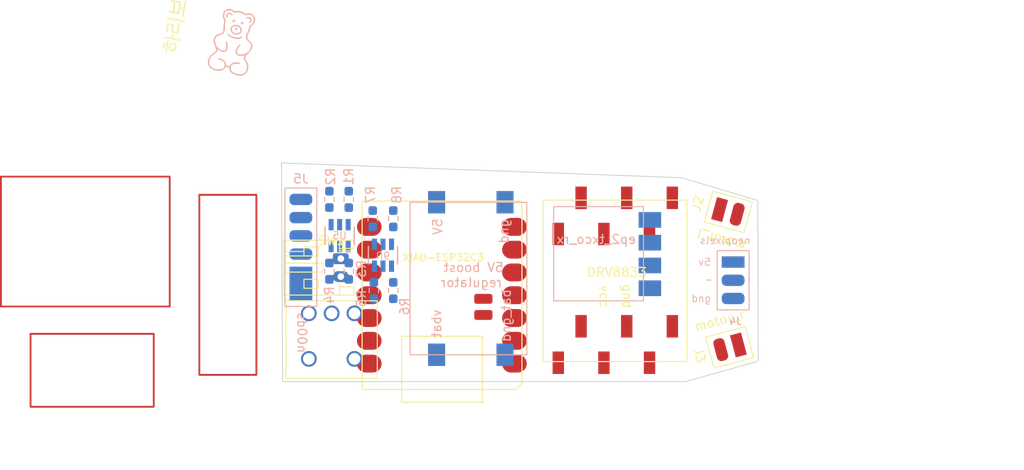
<source format=kicad_pcb>
(kicad_pcb (version 20211014) (generator pcbnew)
  (layers (0 "F.Cu" signal) (31 "B.Cu" signal) (34 "B.Paste" user) (35 "F.Paste" user) (36 "B.SilkS" user "B.Silkscreen") (37 "F.SilkS" user "F.Silkscreen") (38 "B.Mask" user) (39 "F.Mask" user) (44 "Edge.Cuts" user))
  (net 0 "")
  (net 1 "GND")
  (net 2 "motor2_out1")
  (net 3 "motor2_out2")
  (net 4 "motor1_out1")
  (net 5 "motor1_out2")
  (net 6 "+BATT")
  (net 7 "NEOPIXEL_DATA")
  (net 10 "motor2_2")
  (net 11 "motor2_1")
  (net 12 "motor1_2")
  (net 13 "motor1_1")
  (net 14 "XIAO_TX")
  (net 15 "XIAO_RX")
  (net 16 "nood1_2_sig")
  (net 17 "nood1_1_sig")
  (net 18 "nood1_2_v")
  (net 19 "nood1_1_v")
  (net 20 "nood2_2_sig")
  (net 21 "nood2_1_sig")
  (net 22 "nood2_2_v")
  (net 23 "nood2_1_v")
  (net 25 "+5V")
  (net 26 "+3V3")
  (net 27 "Net-(R1-Pad2)")
  (net 28 "Net-(R2-Pad2)")
  (net 29 "Net-(R3-Pad1)")
  (net 30 "Net-(R4-Pad1)")
  (net 31 "Net-(R5-Pad2)")
  (net 32 "Net-(R6-Pad2)")
  (net 33 "Net-(R7-Pad1)")
  (net 34 "Net-(R8-Pad1)")
  (footprint "haribo_kimchi_boards:smd_solder_pads_1x02_2.54mm" (layer "F.Cu") (at 126.320786 74.26812 75)
    (fp_text reference "J2" (at 0 -0.5 75 unlocked) (layer "F.SilkS"))
    (fp_text value "motor_l" (at -3.175 3.08 165 unlocked) (layer "F.SilkS"))
    (fp_rect (start -1.778 0.762) (end 1.778 5.334) (layer "F.SilkS") (width 0.12) (fill none))
    (pad "1" smd rect (at 0 2.032 75) (size 2.54 1.27) (layers "F.Cu" "F.Paste" "F.Mask") (net 2 "motor2_out1"))
    (pad "2" smd roundrect (at 0 4.064 75) (size 2.54 1.27) (layers "F.Cu" "F.Paste" "F.Mask") (roundrect_rratio 0.3937007874) (net 3 "motor2_out2"))
  )
  (footprint "xiao esp32c3:MOUDLE14P-SMD-2.54-21X17.8MM" (layer "F.Cu") (at 106.279 73.8437 180)
    (fp_text reference "U1" hide)
    (fp_text value "XIAO-ESP32C3" (at 8.743 -6.29325 180) (layer "F.SilkS") (effects (font (size 0.8 0.8))))
    (fp_line (start 17.8 -21) (end 0.671541 -21) (layer "F.SilkS") (width 0.127))
    (fp_line (start 4.396 -15.072) (end 4.396 -22.425) (layer "F.SilkS") (width 0.127))
    (fp_line (start 0.671541 -21) (end 0 -20.3285) (layer "F.SilkS") (width 0.127))
    (fp_line (start 13.395 -15.072) (end 4.396 -15.072) (layer "F.SilkS") (width 0.127))
    (fp_line (start 0 0) (end 17.8 0) (layer "F.SilkS") (width 0.127))
    (fp_line (start 0 -20.3285) (end 0 0) (layer "F.SilkS") (width 0.127))
    (fp_line (start 13.395 -22.424) (end 13.395 -15.072) (layer "F.SilkS") (width 0.127))
    (fp_line (start 17.8 0) (end 17.8 -21) (layer "F.SilkS") (width 0.127))
    (fp_line (start 4.4 -22.424) (end 13.395 -22.424) (layer "F.SilkS") (width 0.127))
    (pad "1" smd roundrect (at 0.835 -18.12 180) (size 2.75 2) (layers "F.Cu" "F.Paste" "F.Mask") (roundrect_rratio 0.5) (net 16 "nood1_2_sig"))
    (pad "2" smd roundrect (at 0.835 -15.58 180) (size 2.75 2) (layers "F.Cu" "F.Paste" "F.Mask") (roundrect_rratio 0.5) (net 17 "nood1_1_sig"))
    (pad "3" smd roundrect (at 0.835 -13.04 180) (size 2.75 2) (layers "F.Cu" "F.Paste" "F.Mask") (roundrect_rratio 0.5) (net 10 "motor2_2"))
    (pad "4" smd roundrect (at 0.835 -10.5 180) (size 2.75 2) (layers "F.Cu" "F.Paste" "F.Mask") (roundrect_rratio 0.5) (net 11 "motor2_1"))
    (pad "5" smd roundrect (at 0.835 -7.96 180) (size 2.75 2) (layers "F.Cu" "F.Paste" "F.Mask") (roundrect_rratio 0.5) (net 12 "motor1_2"))
    (pad "6" smd roundrect (at 0.835 -5.42 180) (size 2.75 2) (layers "F.Cu" "F.Paste" "F.Mask") (roundrect_rratio 0.5) (net 13 "motor1_1"))
    (pad "7" smd roundrect (at 0.835 -2.88 180) (size 2.75 2) (layers "F.Cu" "F.Paste" "F.Mask") (roundrect_rratio 0.5) (net 14 "XIAO_TX"))
    (pad "8" smd roundrect (at 17 -2.88 180) (size 2.75 2) (layers "F.Cu" "F.Paste" "F.Mask") (roundrect_rratio 0.5) (net 15 "XIAO_RX"))
    (pad "9" smd roundrect (at 17 -5.42 180) (size 2.75 2) (layers "F.Cu" "F.Paste" "F.Mask") (roundrect_rratio 0.5) (net 21 "nood2_1_sig"))
    (pad "10" smd roundrect (at 17 -7.96 180) (size 2.75 2) (layers "F.Cu" "F.Paste" "F.Mask") (roundrect_rratio 0.5) (net 7 "NEOPIXEL_DATA"))
    (pad "11" smd roundrect (at 17 -10.5 180) (size 2.75 2) (layers "F.Cu" "F.Paste" "F.Mask") (roundrect_rratio 0.5) (net 20 "nood2_2_sig"))
    (pad "12" smd roundrect (at 17 -13.04 180) (size 2.75 2) (layers "F.Cu" "F.Paste" "F.Mask") (roundrect_rratio 0.5) (net 26 "+3V3"))
    (pad "13" smd roundrect (at 17 -15.58 180) (size 2.75 2) (layers "F.Cu" "F.Paste" "F.Mask") (roundrect_rratio 0.5) (net 1 "GND"))
    (pad "14" smd roundrect (at 17 -18.12 180) (size 2.75 2) (layers "F.Cu" "F.Paste" "F.Mask") (roundrect_rratio 0.5))
    (pad "15" smd roundrect (at 4.3 -10.9 180) (size 2.032 1.1016) (layers "F.Cu" "F.Paste" "F.Mask") (roundrect_rratio 0.230573711) (net 6 "+BATT"))
    (pad "16" smd roundrect (at 4.3 -12.7 180) (size 2.032 1.1016) (layers "F.Cu" "F.Paste" "F.Mask") (roundrect_rratio 0.230573711) (net 1 "GND"))
  )
  (footprint "haribo_kimchi_boards:smd_solder_pads_1x02_2.54mm" (layer "F.Cu") (at 132.3406 89.3572 -75)
    (fp_text reference "J3" (at 0 6.509 -75 unlocked) (layer "F.SilkS"))
    (fp_text value "motor_r" (at -3.175 3.334 15 unlocked) (layer "F.SilkS"))
    (fp_rect (start -1.778 0.762) (end 1.778 5.334) (layer "F.SilkS") (width 0.12) (fill none))
    (pad "1" smd rect (at 0 2.032 285) (size 2.54 1.27) (layers "F.Cu" "F.Paste" "F.Mask") (net 4 "motor1_out1"))
    (pad "2" smd roundrect (at 0 4.064 285) (size 2.54 1.27) (layers "F.Cu" "F.Paste" "F.Mask") (roundrect_rratio 0.3937007874) (net 5 "motor1_out2"))
  )
  (footprint "haribo_kimchi_pcbgfx:haribo_in_korean_3.2mm" (layer "F.Cu") (at 67.662772 54.308038 80)
    (fp_text reference "haribo_korean" hide)
    (fp_text value "LOGO" hide)
    (fp_poly (pts (xy 0.139283 -0.151944) (xy -0.645762 -0.151944) (xy -0.645762 0.345835) (xy -0.370364 0.337149) (xy -0.187689 0.330133) (xy -0.024243 0.321257) (xy 0.118279 0.310638) (xy 0.238183 0.298396) (xy 0.29612 0.290683) (xy 0.340142 0.284999) (xy 0.373233 0.282267) (xy 0.388527 0.283044) (xy 0.388697 0.28318) (xy 0.392867 0.297755) (xy 0.397904 0.329582) (xy 0.401221 0.357771) (xy 0.408364 0.426982) (xy 0.289651 0.441794) (xy 0.190026 0.453597) (xy 0.096337 0.46319) (xy 0.003328 0.47091) (xy -0.094257 0.47709) (xy -0.201672 0.482068) (xy -0.324173 0.486178) (xy -0.458998 0.489577) (xy -0.823031 0.497724) (xy -0.823031 -0.303888) (xy -0.037986 -0.303888) (xy -0.037986 -0.734397) (xy -0.835693 -0.734397) (xy -0.835693 -0.886341) (xy 0.139283 -0.886341)) (layer "F.SilkS") (width 0) (fill solid))
    (fp_poly (pts (xy 0.759721 0.987637) (xy 0.582453 0.987637) (xy 0.582453 -1.076271) (xy 0.759721 -1.076271)) (layer "F.SilkS") (width 0) (fill solid))
    (fp_poly (pts (xy -1.76002 -0.430508) (xy -2.988235 -0.430508) (xy -2.988235 -0.582452) (xy -1.76002 -0.582452)) (layer "F.SilkS") (width 0) (fill solid))
    (fp_poly (pts (xy 2.662189 -0.934378) (xy 2.753988 -0.930658) (xy 2.753988 0.158275) (xy 2.446935 0.161666) (xy 2.139881 0.165057) (xy 2.139881 0.582453) (xy 2.975574 0.582453) (xy 2.975574 0.734397) (xy 1.114258 0.734397) (xy 1.114258 0.582453) (xy 1.949951 0.582453) (xy 1.949951 0.164606) (xy 1.342174 0.164606) (xy 1.342174 0.012662) (xy 1.519442 0.012662) (xy 2.570389 0.012662) (xy 2.570389 -0.405184) (xy 1.519442 -0.405184) (xy 1.519442 0.012662) (xy 1.342174 0.012662) (xy 1.342174 -0.936989) (xy 1.519442 -0.936989) (xy 1.519442 -0.557128) (xy 2.570389 -0.557128) (xy 2.570389 -0.938098)) (layer "F.SilkS") (width 0) (fill solid))
    (fp_poly (pts (xy -2.29006 -0.291827) (xy -2.18387 -0.267207) (xy -2.086496 -0.222308) (xy -2.031455 -0.183623) (xy -1.967089 -0.115507) (xy -1.922148 -0.035405) (xy -1.896633 0.052423) (xy -1.890543 0.143716) (xy -1.903879 0.234215) (xy -1.936641 0.319659) (xy -1.988828 0.395788) (xy -2.031455 0.436863) (xy -2.114324 0.491714) (xy -2.208632 0.528327) (xy -2.279238 0.543597) (xy -2.326753 0.551) (xy -2.36064 0.554451) (xy -2.391093 0.553911) (xy -2.428305 0.549343) (xy -2.469092 0.542875) (xy -2.519283 0.530671) (xy -2.576768 0.510842) (xy -2.616258 0.493708) (xy -2.700177 0.440228) (xy -2.7654 0.37319) (xy -2.811924 0.29601) (xy -2.839744 0.2121) (xy -2.84861 0.127224) (xy -2.671984 0.127224) (xy -2.660913 0.197336) (xy -2.630532 0.26337) (xy -2.581791 0.321727) (xy -2.515645 0.368804) (xy -2.456512 0.394113) (xy -2.410609 0.401322) (xy -2.351709 0.400104) (xy -2.290285 0.391547) (xy -2.23681 0.376739) (xy -2.220612 0.369627) (xy -2.153991 0.322893) (xy -2.105904 0.26272) (xy -2.077245 0.193459) (xy -2.068907 0.119463) (xy -2.081786 0.045085) (xy -2.116777 -0.025324) (xy -2.134678 -0.048535) (xy -2.19288 -0.098101) (xy -2.264229 -0.130293) (xy -2.343181 -0.144825) (xy -2.424192 -0.141409) (xy -2.501719 -0.119758) (xy -2.570217 -0.079586) (xy -2.579793 -0.071575) (xy -2.632377 -0.010832) (xy -2.662789 0.056635) (xy -2.671984 0.127224) (xy -2.84861 0.127224) (xy -2.848855 0.124876) (xy -2.839253 0.03775) (xy -2.810933 -0.045862) (xy -2.763892 -0.122548) (xy -2.698124 -0.188893) (xy -2.617205 -0.239763) (xy -2.51116 -0.27853) (xy -2.400635 -0.295743)) (layer "F.SilkS") (width 0) (fill solid))
    (fp_poly (pts (xy -1.380159 -0.202592) (xy -1.050947 -0.202592) (xy -1.050947 -0.050648) (xy -1.380159 -0.050648) (xy -1.380159 0.987637) (xy -1.570089 0.987637) (xy -1.570089 -1.076271) (xy -1.380159 -1.076271)) (layer "F.SilkS") (width 0) (fill solid))
    (fp_poly (pts (xy -2.063908 -0.785045) (xy -2.671685 -0.785045) (xy -2.671685 -0.936989) (xy -2.063908 -0.936989)) (layer "F.SilkS") (width 0) (fill solid))
  )
  (footprint "Connector_JST:JST_PH_S2B-PH-K_1x02_P2.00mm_Horizontal" (layer "F.Cu") (at 86.106 80.264 -90)
    (fp_text reference "J1" hide)
    (fp_text value "Conn_01x02_Female" hide)
    (fp_line (start 4.06 0.14) (end 3.14 0.14) (layer "F.SilkS") (width 0.12))
    (fp_line (start -2.06 0.14) (end -1.14 0.14) (layer "F.SilkS") (width 0.12))
    (fp_line (start -2.06 6.36) (end 4.06 6.36) (layer "F.SilkS") (width 0.12))
    (fp_line (start 3.3 2.5) (end 3.3 4.1) (layer "F.SilkS") (width 0.12))
    (fp_line (start 3.14 -1.46) (end 3.14 0.14) (layer "F.SilkS") (width 0.12))
    (fp_line (start -0.86 0.14) (end -0.86 -1.075) (layer "F.SilkS") (width 0.12))
    (fp_line (start -0.86 0.14) (end -1.14 0.14) (layer "F.SilkS") (width 0.12))
    (fp_line (start -1.14 0.14) (end -1.14 -1.46) (layer "F.SilkS") (width 0.12))
    (fp_line (start 2.3 4.1) (end 2.3 2.5) (layer "F.SilkS") (width 0.12))
    (fp_line (start -0.8 4.1) (end -0.8 6.36) (layer "F.SilkS") (width 0.12))
    (fp_line (start -0.3 2.5) (end -1.3 2.5) (layer "F.SilkS") (width 0.12))
    (fp_line (start 4.06 6.36) (end 4.06 -1.46) (layer "F.SilkS") (width 0.12))
    (fp_line (start 3.3 4.1) (end 2.3 4.1) (layer "F.SilkS") (width 0.12))
    (fp_line (start -1.3 4.1) (end -0.3 4.1) (layer "F.SilkS") (width 0.12))
    (fp_line (start 0.5 6.36) (end 0.5 2) (layer "F.SilkS") (width 0.12))
    (fp_line (start -1.14 -1.46) (end -2.06 -1.46) (layer "F.SilkS") (width 0.12))
    (fp_line (start -0.3 4.1) (end -0.3 6.36) (layer "F.SilkS") (width 0.12))
    (fp_line (start 0.5 2) (end 1.5 2) (layer "F.SilkS") (width 0.12))
    (fp_line (start -0.3 4.1) (end -0.3 2.5) (layer "F.SilkS") (width 0.12))
    (fp_line (start -1.3 2.5) (end -1.3 4.1) (layer "F.SilkS") (width 0.12))
    (fp_line (start -2.06 -1.46) (end -2.06 6.36) (layer "F.SilkS") (width 0.12))
    (fp_line (start 3.14 0.14) (end 2.86 0.14) (layer "F.SilkS") (width 0.12))
    (fp_line (start 4.06 -1.46) (end 3.14 -1.46) (layer "F.SilkS") (width 0.12))
    (fp_line (start 1.5 2) (end 1.5 6.36) (layer "F.SilkS") (width 0.12))
    (fp_line (start 2.3 2.5) (end 3.3 2.5) (layer "F.SilkS") (width 0.12))
    (pad "1" thru_hole roundrect (at 0 0 270) (size 1.2 1.75) (drill 0.75) (layers *.Cu *.Mask) (roundrect_rratio 0.2083333333) (net 6 "+BATT"))
    (pad "2" thru_hole oval (at 2 0 270) (size 1.2 1.75) (drill 0.75) (layers *.Cu *.Mask) (net 1 "GND"))
  )
  (footprint "haribo_kimchi_boards:drv8833_breakout" (layer "F.Cu") (at 130.6445 83.74 -90)
    (fp_text reference "U2" hide)
    (fp_text value "DRV8833" (at -1.952 13.8045 unlocked) (layer "F.SilkS"))
    (fp_text user "vcc" (at 0.715 15.2015 -90 unlocked) (layer "F.SilkS"))
    (fp_text user "gnd" (at 0.715 12.6615 -90 unlocked) (layer "F.SilkS"))
    (fp_rect (start 8 22) (end -10 6) (layer "F.SilkS") (width 0.12) (fill none))
    (pad "1" smd rect (at -10.254 7.62 270) (size 2.51 1.27) (layers "F.Cu" "F.Paste" "F.Mask"))
    (pad "2" smd rect (at -6.223 10.16 270) (size 2.51 1.27) (layers "F.Cu" "F.Paste" "F.Mask") (net 4 "motor1_out1"))
    (pad "3" smd rect (at -10.254 12.7 270) (size 2.51 1.27) (layers "F.Cu" "F.Paste" "F.Mask") (net 5 "motor1_out2"))
    (pad "4" smd rect (at -6.223 15.24 270) (size 2.51 1.27) (layers "F.Cu" "F.Paste" "F.Mask") (net 2 "motor2_out1"))
    (pad "5" smd rect (at -10.254 17.78 270) (size 2.51 1.27) (layers "F.Cu" "F.Paste" "F.Mask") (net 3 "motor2_out2"))
    (pad "6" smd rect (at -6.223 20.32 270) (size 2.51 1.27) (layers "F.Cu" "F.Paste" "F.Mask"))
    (pad "7" smd rect (at 8.128 20.32 270) (size 2.51 1.27) (layers "F.Cu" "F.Paste" "F.Mask") (net 13 "motor1_1"))
    (pad "8" smd rect (at 4.064 17.78 270) (size 2.51 1.27) (layers "F.Cu" "F.Paste" "F.Mask") (net 12 "motor1_2"))
    (pad "9" smd rect (at 8.128 15.24 270) (size 2.51 1.27) (layers "F.Cu" "F.Paste" "F.Mask") (net 25 "+5V"))
    (pad "10" smd rect (at 4.064 12.7 270) (size 2.51 1.27) (layers "F.Cu" "F.Paste" "F.Mask") (net 1 "GND"))
    (pad "11" smd rect (at 8.128 10.16 270) (size 2.51 1.27) (layers "F.Cu" "F.Paste" "F.Mask") (net 11 "motor2_1"))
    (pad "12" smd rect (at 4.064 7.62 270) (size 2.51 1.27) (layers "F.Cu" "F.Paste" "F.Mask") (net 10 "motor2_2"))
  )
  (footprint "haribo_kimchi_extra_footprints:rs_spdt_th_400ma_switch" (layer "F.Cu") (at 85.09 78.74)
    (fp_text reference "SW1" (at 0 -0.5 unlocked) (layer "F.SilkS"))
    (fp_text value "SW_SPDT")
    (fp_rect (start -5.08 6.223) (end 5.08 14.859) (layer "F.SilkS") (width 0.12) (fill none))
    (pad "" thru_hole oval (at 2.54 12.7 90) (size 1.75 1.75) (drill 1.3) (layers *.Cu *.Mask))
    (pad "" thru_hole oval (at -2.54 12.7 90) (size 1.75 1.75) (drill 1.3) (layers *.Cu *.Mask))
    (pad "1" thru_hole oval (at -2.54 7.62) (size 1.75 1.75) (drill 1.3) (layers *.Cu *.Mask))
    (pad "2" thru_hole oval (at 0 7.62) (size 1.75 1.75) (drill 1.3) (layers *.Cu *.Mask) (net 6 "+BATT"))
    (pad "3" thru_hole oval (at 2.54 7.62) (size 1.75 1.75) (drill 1.3) (layers *.Cu *.Mask) (net 6 "+BATT"))
  )
  (footprint "haribo_kimchi_extra_footprints:SSOT6_3X1P7_ONS" (layer "B.Cu") (at 90.805 79.883 90)
    (fp_text reference "U6" (at 0 0 180 unlocked) (layer "B.SilkS") (effects (font (size 0.8 0.8) (thickness 0.1)) (justify mirror)))
    (fp_text value "FMBM5551" hide)
    (fp_line (start -0.9779 -1.6256) (end 0.9779 -1.6256) (layer "B.SilkS") (width 0.1524))
    (fp_line (start 0.9779 1.6256) (end -0.9779 1.6256) (layer "B.SilkS") (width 0.1524))
    (pad "1" smd rect (at -1.2192 0.950001 90) (size 1.27 0.5588) (layers "B.Cu" "B.Paste" "B.Mask") (net 32 "Net-(R6-Pad2)"))
    (pad "2" smd rect (at -1.2192 0 90) (size 1.27 0.5588) (layers "B.Cu" "B.Paste" "B.Mask") (net 1 "GND"))
    (pad "3" smd rect (at -1.2192 -0.950001 90) (size 1.27 0.5588) (layers "B.Cu" "B.Paste" "B.Mask") (net 31 "Net-(R5-Pad2)"))
    (pad "4" smd rect (at 1.2192 -0.950001 90) (size 1.27 0.5588) (layers "B.Cu" "B.Paste" "B.Mask") (net 33 "Net-(R7-Pad1)"))
    (pad "5" smd rect (at 1.2192 0 90) (size 1.27 0.5588) (layers "B.Cu" "B.Paste" "B.Mask") (net 1 "GND"))
    (pad "6" smd rect (at 1.2192 0.950001 90) (size 1.27 0.5588) (layers "B.Cu" "B.Paste" "B.Mask") (net 34 "Net-(R8-Pad1)"))
  )
  (footprint "haribo_kimchi_boards:smd_solder_pads_1x03_2.54mm" (layer "B.Cu") (at 130.564 84.709 180)
    (fp_text reference "J4" (at 0.516 -2.54 unlocked) (layer "B.SilkS") (effects (font (size 0.8 0.8)) (justify mirror)))
    (fp_text value "neopixels" (at 1.659 6.477 unlocked) (layer "B.SilkS") (effects (font (size 0.8 0.8) (thickness 0.1)) (justify mirror)))
    (fp_text user "5v" (at 3.945 4.064 unlocked) (layer "B.SilkS") (effects (font (size 0.8 0.8) (thickness 0.1)) (justify mirror)))
    (fp_text user "~" (at 3.437 2.032 180 unlocked) (layer "B.SilkS") (effects (font (size 0.8 0.8) (thickness 0.1)) (justify mirror)))
    (fp_text user "gnd" (at 4.326 0 unlocked) (layer "B.SilkS") (effects (font (size 0.8 0.8) (thickness 0.1)) (justify mirror)))
    (fp_rect (start -1.008 5.334) (end 2.548 -1.27) (layer "B.SilkS") (width 0.12) (fill none))
    (pad "1" smd rect (at 0.77 4.064 180) (size 2.54 1.27) (layers "B.Cu" "B.Paste" "B.Mask") (net 25 "+5V"))
    (pad "2" smd roundrect (at 0.77 2.032 180) (size 2.54 1.27) (layers "B.Cu" "B.Paste" "B.Mask") (roundrect_rratio 0.3937007874) (net 7 "NEOPIXEL_DATA"))
    (pad "3" smd roundrect (at 0.77 0 180) (size 2.54 1.27) (layers "B.Cu" "B.Paste" "B.Mask") (roundrect_rratio 0.3937007874) (net 1 "GND"))
  )
  (footprint "Resistor_SMD:R_0603_1608Metric_Pad0.98x0.95mm_HandSolder" (layer "B.Cu") (at 84.836 81.661 -90)
    (fp_text reference "R4" (at 2.667 0 90) (layer "B.SilkS") (effects (justify mirror)))
    (fp_text value "100" hide)
    (fp_line (start -0.254724 0.5225) (end 0.254724 0.5225) (layer "B.SilkS") (width 0.12))
    (fp_line (start -0.254724 -0.5225) (end 0.254724 -0.5225) (layer "B.SilkS") (width 0.12))
    (pad "1" smd roundrect (at -0.9125 0 270) (size 0.975 0.95) (layers "B.Cu" "B.Paste" "B.Mask") (net 30 "Net-(R4-Pad1)"))
    (pad "2" smd roundrect (at 0.9125 0 270) (size 0.975 0.95) (layers "B.Cu" "B.Paste" "B.Mask") (net 19 "nood1_1_v"))
  )
  (footprint "haribo_kimchi_boards:smd_solder_pads_1x05_n00ds_2.54mm" (layer "B.Cu") (at 81.661 87.122)
    (fp_text reference "J5" (at 0 -15.748 unlocked) (layer "B.SilkS") (effects (justify mirror)))
    (fp_text value "n00ds" (at 0.127 1.397 270 unlocked) (layer "B.SilkS") (effects (justify mirror)))
    (fp_rect (start -1.778 -1.524) (end 1.778 -14.732) (layer "B.SilkS") (width 0.12) (fill none))
    (pad "1" smd rect (at 0 -4.064 180) (size 2.54 3.81) (layers "B.Cu" "B.Paste" "B.Mask") (net 26 "+3V3"))
    (pad "2" smd roundrect (at 0 -7.366) (size 2.54 1.27) (layers "B.Cu" "B.Paste" "B.Mask") (roundrect_rratio 0.3937007874) (net 19 "nood1_1_v"))
    (pad "3" smd roundrect (at 0 -9.398) (size 2.54 1.27) (layers "B.Cu" "B.Paste" "B.Mask") (roundrect_rratio 0.3937007874) (net 18 "nood1_2_v"))
    (pad "4" smd roundrect (at 0 -11.43) (size 2.54 1.27) (layers "B.Cu" "B.Paste" "B.Mask") (roundrect_rratio 0.3937007874) (net 23 "nood2_1_v"))
    (pad "5" smd roundrect (at 0 -13.462) (size 2.54 1.27) (layers "B.Cu" "B.Paste" "B.Mask") (roundrect_rratio 0.3937007874) (net 22 "nood2_2_v"))
  )
  (footprint "Resistor_SMD:R_0603_1608Metric_Pad0.98x0.95mm_HandSolder" (layer "B.Cu") (at 86.995 81.661 -90)
    (fp_text reference "R3" (at -0.254 -1.397 90) (layer "B.SilkS") (effects (justify mirror)))
    (fp_text value "100" hide)
    (fp_line (start -0.254724 -0.5225) (end 0.254724 -0.5225) (layer "B.SilkS") (width 0.12))
    (fp_line (start -0.254724 0.5225) (end 0.254724 0.5225) (layer "B.SilkS") (width 0.12))
    (pad "1" smd roundrect (at -0.9125 0 270) (size 0.975 0.95) (layers "B.Cu" "B.Paste" "B.Mask") (net 29 "Net-(R3-Pad1)"))
    (pad "2" smd roundrect (at 0.9125 0 270) (size 0.975 0.95) (layers "B.Cu" "B.Paste" "B.Mask") (net 18 "nood1_2_v"))
  )
  (footprint "Resistor_SMD:R_0603_1608Metric_Pad0.98x0.95mm_HandSolder" (layer "B.Cu") (at 91.948 75.819 90)
    (fp_text reference "R8" (at 2.667 0.381 270) (layer "B.SilkS") (effects (justify mirror)))
    (fp_text value "100" hide)
    (fp_line (start -0.254724 0.5225) (end 0.254724 0.5225) (layer "B.SilkS") (width 0.12))
    (fp_line (start -0.254724 -0.5225) (end 0.254724 -0.5225) (layer "B.SilkS") (width 0.12))
    (pad "1" smd roundrect (at -0.9125 0 90) (size 0.975 0.95) (layers "B.Cu" "B.Paste" "B.Mask") (net 34 "Net-(R8-Pad1)"))
    (pad "2" smd roundrect (at 0.9125 0 90) (size 0.975 0.95) (layers "B.Cu" "B.Paste" "B.Mask") (net 23 "nood2_1_v"))
  )
  (footprint "Resistor_SMD:R_0603_1608Metric_Pad0.98x0.95mm_HandSolder" (layer "B.Cu") (at 89.662 75.819 90)
    (fp_text reference "R7" (at 2.667 -0.254 270) (layer "B.SilkS") (effects (justify mirror)))
    (fp_text value "100" hide)
    (fp_line (start -0.254724 0.5225) (end 0.254724 0.5225) (layer "B.SilkS") (width 0.12))
    (fp_line (start -0.254724 -0.5225) (end 0.254724 -0.5225) (layer "B.SilkS") (width 0.12))
    (pad "1" smd roundrect (at -0.9125 0 90) (size 0.975 0.95) (layers "B.Cu" "B.Paste" "B.Mask") (net 33 "Net-(R7-Pad1)"))
    (pad "2" smd roundrect (at 0.9125 0 90) (size 0.975 0.95) (layers "B.Cu" "B.Paste" "B.Mask") (net 22 "nood2_2_v"))
  )
  (footprint "haribo_kimchi_extra_footprints:SSOT6_3X1P7_ONS" (layer "B.Cu") (at 85.979 77.698 -90)
    (fp_text reference "U5" (at 0 0 unlocked) (layer "B.SilkS") (effects (font (size 0.8 0.8) (thickness 0.1)) (justify mirror)))
    (fp_text value "FMBM5551" hide)
    (fp_line (start -0.9779 -1.6256) (end 0.9779 -1.6256) (layer "B.SilkS") (width 0.1524))
    (fp_line (start 0.9779 1.6256) (end -0.9779 1.6256) (layer "B.SilkS") (width 0.1524))
    (pad "1" smd rect (at -1.2192 0.950001 270) (size 1.27 0.5588) (layers "B.Cu" "B.Paste" "B.Mask") (net 28 "Net-(R2-Pad2)"))
    (pad "2" smd rect (at -1.2192 0 270) (size 1.27 0.5588) (layers "B.Cu" "B.Paste" "B.Mask") (net 1 "GND"))
    (pad "3" smd rect (at -1.2192 -0.950001 270) (size 1.27 0.5588) (layers "B.Cu" "B.Paste" "B.Mask") (net 27 "Net-(R1-Pad2)"))
    (pad "4" smd rect (at 1.2192 -0.950001 270) (size 1.27 0.5588) (layers "B.Cu" "B.Paste" "B.Mask") (net 29 "Net-(R3-Pad1)"))
    (pad "5" smd rect (at 1.2192 0 270) (size 1.27 0.5588) (layers "B.Cu" "B.Paste" "B.Mask") (net 1 "GND"))
    (pad "6" smd rect (at 1.2192 0.950001 270) (size 1.27 0.5588) (layers "B.Cu" "B.Paste" "B.Mask") (net 30 "Net-(R4-Pad1)"))
  )
  (footprint "Resistor_SMD:R_0603_1608Metric_Pad0.98x0.95mm_HandSolder" (layer "B.Cu") (at 91.948 83.82 90)
    (fp_text reference "R6" (at -1.778 1.27 270) (layer "B.SilkS") (effects (justify mirror)))
    (fp_text value "220")
    (fp_line (start -0.254724 0.5225) (end 0.254724 0.5225) (layer "B.SilkS") (width 0.12))
    (fp_line (start -0.254724 -0.5225) (end 0.254724 -0.5225) (layer "B.SilkS") (width 0.12))
    (pad "1" smd roundrect (at -0.9125 0 90) (size 0.975 0.95) (layers "B.Cu" "B.Paste" "B.Mask") (net 21 "nood2_1_sig"))
    (pad "2" smd roundrect (at 0.9125 0 90) (size 0.975 0.95) (layers "B.Cu" "B.Paste" "B.Mask") (net 32 "Net-(R6-Pad2)"))
  )
  (footprint "Resistor_SMD:R_0603_1608Metric_Pad0.98x0.95mm_HandSolder" (layer "B.Cu") (at 84.836 73.66 -90)
    (fp_text reference "R2" (at -2.54 -0.127 90) (layer "B.SilkS") (effects (justify mirror)))
    (fp_text value "220" hide)
    (fp_line (start -0.254724 0.5225) (end 0.254724 0.5225) (layer "B.SilkS") (width 0.12))
    (fp_line (start -0.254724 -0.5225) (end 0.254724 -0.5225) (layer "B.SilkS") (width 0.12))
    (pad "1" smd roundrect (at -0.9125 0 270) (size 0.975 0.95) (layers "B.Cu" "B.Paste" "B.Mask") (net 17 "nood1_1_sig"))
    (pad "2" smd roundrect (at 0.9125 0 270) (size 0.975 0.95) (layers "B.Cu" "B.Paste" "B.Mask") (net 28 "Net-(R2-Pad2)"))
  )
  (footprint "haribo_kimchi_boards:5v_0.6a_boost_converter" (layer "B.Cu") (at 107.95 82.169 90)
    (fp_text reference "U4" hide)
    (fp_text value "5v_0.6a_boost_converter" hide)
    (fp_text user "5V boost" (at 0.9265 -7.056 unlocked) (layer "B.SilkS") (effects (justify mirror)))
    (fp_text user "regulator" (at -0.762 -7.302 unlocked) (layer "B.SilkS") (effects (justify mirror)))
    (fp_text user "gnd" (at 4.953 -3.683 90 unlocked) (layer "B.SilkS") (effects (justify mirror)))
    (fp_text user "5V" (at 5.461 -11.049 90 unlocked) (layer "B.SilkS") (effects (justify mirror)))
    (fp_text user "vbat" (at -5.334 -11.176 90 unlocked) (layer "B.SilkS") (effects (justify mirror)))
    (fp_text user "bat_gnd" (at -4.445 -3.429 90 unlocked) (layer "B.SilkS") (effects (justify mirror)))
    (fp_rect (start -8.81 -1.128) (end 8.19 -14.128) (layer "B.SilkS") (width 0.12) (fill none))
    (pad "1" smd rect (at -8.81 -3.556 90) (size 2.5 1.905) (layers "B.Cu" "B.Paste" "B.Mask") (net 1 "GND"))
    (pad "2" smd rect (at -8.81 -11.176 90) (size 2.5 1.905) (layers "B.Cu" "B.Paste" "B.Mask") (net 6 "+BATT"))
    (pad "3" smd rect (at 8.19 -11.176 90) (size 2.5 1.905) (layers "B.Cu" "B.Paste" "B.Mask") (net 25 "+5V"))
    (pad "4" smd rect (at 8.19 -3.556 90) (size 2.5 1.905) (layers "B.Cu" "B.Paste" "B.Mask") (net 1 "GND"))
  )
  (footprint "Resistor_SMD:R_0603_1608Metric_Pad0.98x0.95mm_HandSolder" (layer "B.Cu") (at 86.995 73.66 -90)
    (fp_text reference "R1" (at -2.54 0 90) (layer "B.SilkS") (effects (justify mirror)))
    (fp_text value "220" hide)
    (fp_line (start -0.254724 -0.5225) (end 0.254724 -0.5225) (layer "B.SilkS") (width 0.12))
    (fp_line (start -0.254724 0.5225) (end 0.254724 0.5225) (layer "B.SilkS") (width 0.12))
    (pad "1" smd roundrect (at -0.9125 0 270) (size 0.975 0.95) (layers "B.Cu" "B.Paste" "B.Mask") (net 16 "nood1_2_sig"))
    (pad "2" smd roundrect (at 0.9125 0 270) (size 0.975 0.95) (layers "B.Cu" "B.Paste" "B.Mask") (net 27 "Net-(R1-Pad2)"))
  )
  (footprint "Resistor_SMD:R_0603_1608Metric_Pad0.98x0.95mm_HandSolder" (layer "B.Cu") (at 89.789 83.82 90)
    (fp_text reference "R5" (at -0.889 -1.397 270) (layer "B.SilkS") (effects (justify mirror)))
    (fp_text value "220" hide)
    (fp_line (start -0.254724 -0.5225) (end 0.254724 -0.5225) (layer "B.SilkS") (width 0.12))
    (fp_line (start -0.254724 0.5225) (end 0.254724 0.5225) (layer "B.SilkS") (width 0.12))
    (pad "1" smd roundrect (at -0.9125 0 90) (size 0.975 0.95) (layers "B.Cu" "B.Paste" "B.Mask") (net 20 "nood2_2_sig"))
    (pad "2" smd roundrect (at 0.9125 0 90) (size 0.975 0.95) (layers "B.Cu" "B.Paste" "B.Mask") (net 31 "Net-(R5-Pad2)"))
  )
  (footprint "haribo_kimchi_pcbgfx:haribo_outline_bw_8mm" (layer "B.Cu") (at 74.1426 56.0832 167)
    (fp_text reference "logo_haribo_bear" hide)
    (fp_text value "LOGO" hide)
    (fp_poly (pts (xy -0.43416 2.39844) (xy -0.388174 2.365322) (xy -0.347627 2.30124) (xy -0.341306 2.232898) (xy -0.366063 2.170028) (xy -0.418751 2.122363) (xy -0.473081 2.102753) (xy -0.51955 2.099632) (xy -0.558287 2.116218) (xy -0.600121 2.153375) (xy -0.640034 2.199241) (xy -0.654333 2.238011) (xy -0.650742 2.280415) (xy -0.620335 2.351516) (xy -0.567614 2.396986) (xy -0.502312 2.413676)) (layer "B.SilkS") (width 0) (fill solid))
    (fp_poly (pts (xy 0.790902 0.741878) (xy 0.797131 0.738783) (xy 0.831747 0.704996) (xy 0.831373 0.662408) (xy 0.799207 0.613802) (xy 0.738447 0.561956) (xy 0.65229 0.509654) (xy 0.543935 0.459675) (xy 0.428987 0.418636) (xy 0.330233 0.395847) (xy 0.20484 0.3788) (xy 0.065752 0.368193) (xy -0.074085 0.364722) (xy -0.201727 0.369083) (xy -0.292861 0.379804) (xy -0.405175 0.406734) (xy -0.522545 0.446415) (xy -0.635249 0.494452) (xy -0.733562 0.54645) (xy -0.80776 0.598014) (xy -0.834973 0.624844) (xy -0.850925 0.670144) (xy -0.838693 0.717316) (xy -0.805484 0.746472) (xy -0.772686 0.742634) (xy -0.717948 0.719926) (xy -0.659028 0.687121) (xy -0.515774 0.61231) (xy -0.363906 0.561807) (xy -0.192691 0.532592) (xy -0.079811 0.52419) (xy 0.143237 0.527178) (xy 0.341719 0.558764) (xy 0.519896 0.619955) (xy 0.66455 0.699932) (xy 0.722035 0.734794) (xy 0.760299 0.747646)) (layer "B.SilkS") (width 0) (fill solid))
    (fp_poly (pts (xy 0.098165 1.904293) (xy 0.167792 1.899946) (xy 0.220229 1.890357) (xy 0.266822 1.873569) (xy 0.311413 1.851594) (xy 0.421648 1.785712) (xy 0.502208 1.716996) (xy 0.56282 1.636281) (xy 0.587058 1.591844) (xy 0.630994 1.463324) (xy 0.637878 1.335014) (xy 0.61032 1.211505) (xy 0.550933 1.097391) (xy 0.462327 0.997265) (xy 0.347115 0.915721) (xy 0.207908 0.857352) (xy 0.162565 0.845213) (xy 0.043589 0.824087) (xy -0.061404 0.823363) (xy -0.17286 0.84327) (xy -0.19559 0.84917) (xy -0.350515 0.907215) (xy -0.475501 0.990533) (xy -0.572679 1.100649) (xy -0.593862 1.134211) (xy -0.625094 1.195071) (xy -0.641784 1.253593) (xy -0.648001 1.327109) (xy -0.648468 1.366771) (xy -0.648427 1.36711) (xy -0.497567 1.36711) (xy -0.480556 1.27728) (xy -0.438211 1.193459) (xy -0.374002 1.118999) (xy -0.2914 1.057252) (xy -0.193874 1.011571) (xy -0.084895 0.985307) (xy 0.032068 0.981814) (xy 0.153545 1.004442) (xy 0.253551 1.044568) (xy 0.356494 1.114563) (xy 0.429589 1.201491) (xy 0.471399 1.299221) (xy 0.480491 1.401622) (xy 0.455427 1.502566) (xy 0.394773 1.595921) (xy 0.385078 1.606278) (xy 0.278782 1.691383) (xy 0.157309 1.74141) (xy 0.015807 1.75833) (xy 0.010757 1.758346) (xy -0.126604 1.748535) (xy -0.238685 1.716958) (xy -0.335537 1.660398) (xy -0.361899 1.639131) (xy -0.441709 1.551388) (xy -0.485775 1.459597) (xy -0.497567 1.36711) (xy -0.648427 1.36711) (xy -0.631169 1.510164) (xy -0.579068 1.634465) (xy -0.491858 1.740127) (xy -0.369234 1.827604) (xy -0.319246 1.853366) (xy -0.263552 1.877608) (xy -0.211992 1.892985) (xy -0.152685 1.901431) (xy -0.07375 1.904881) (xy 0 1.905359)) (layer "B.SilkS") (width 0) (fill solid))
    (fp_poly (pts (xy -1.003987 3.071501) (xy -0.92838 3.047139) (xy -0.865397 3.011493) (xy -0.820213 2.969288) (xy -0.798006 2.925252) (xy -0.803952 2.884109) (xy -0.838547 2.852978) (xy -0.87627 2.84288) (xy -0.917645 2.859149) (xy -0.933323 2.869611) (xy -1.012489 2.913771) (xy -1.084665 2.925649) (xy -1.147291 2.913118) (xy -1.227723 2.868902) (xy -1.277496 2.802919) (xy -1.29483 2.720942) (xy -1.277946 2.628745) (xy -1.252042 2.573331) (xy -1.224868 2.517999) (xy -1.220408 2.481011) (xy -1.22924 2.459637) (xy -1.268948 2.423287) (xy -1.316334 2.425364) (xy -1.357317 2.454725) (xy -1.41586 2.538887) (xy -1.448892 2.641372) (xy -1.45421 2.748862) (xy -1.429607 2.848045) (xy -1.424296 2.859239) (xy -1.353074 2.965832) (xy -1.264242 3.036959) (xy -1.156017 3.073787) (xy -1.08704 3.079853)) (layer "B.SilkS") (width 0) (fill solid))
    (fp_poly (pts (xy 0.538783 2.399147) (xy 0.593523 2.361067) (xy 0.630289 2.311109) (xy 0.638492 2.276473) (xy 0.622971 2.204087) (xy 0.582647 2.143546) (xy 0.545565 2.117204) (xy 0.488426 2.098397) (xy 0.438354 2.10472) (xy 0.406322 2.118388) (xy 0.359741 2.159838) (xy 0.327816 2.223482) (xy 0.319246 2.276473) (xy 0.336792 2.328204) (xy 0.380895 2.375469) (xy 0.438754 2.407214) (xy 0.478869 2.414297)) (layer "B.SilkS") (width 0) (fill solid))
    (fp_poly (pts (xy 1.256747 3.471722) (xy 1.417156 3.418721) (xy 1.428864 3.413216) (xy 1.562961 3.329183) (xy 1.670021 3.217605) (xy 1.749821 3.082718) (xy 1.774997 3.025167) (xy 1.791223 2.974451) (xy 1.800386 2.918987) (xy 1.804372 2.847195) (xy 1.805068 2.74749) (xy 1.805056 2.743519) (xy 1.803862 2.643158) (xy 1.799615 2.570812) (xy 1.790222 2.514603) (xy 1.773593 2.462652) (xy 1.747633 2.403079) (xy 1.743552 2.394344) (xy 1.6964 2.309933) (xy 1.636546 2.224109) (xy 1.589596 2.169109) (xy 1.496465 2.073567) (xy 1.496203 1.849863) (xy 1.488563 1.672361) (xy 1.464849 1.491127) (xy 1.423237 1.294526) (xy 1.388597 1.163194) (xy 1.371892 1.081521) (xy 1.370479 0.99858) (xy 1.378201 0.9276) (xy 1.397745 0.825646) (xy 1.427816 0.743114) (xy 1.473961 0.67334) (xy 1.541726 0.609659) (xy 1.636656 0.545406) (xy 1.748903 0.482116) (xy 1.867146 0.415138) (xy 1.955593 0.354811) (xy 2.021955 0.294158) (xy 2.073943 0.226205) (xy 2.116575 0.14948) (xy 2.151345 0.072179) (xy 2.170891 0.005727) (xy 2.179511 -0.068708) (xy 2.181333 -0.134138) (xy 2.178474 -0.228091) (xy 2.169509 -0.323886) (xy 2.156729 -0.399057) (xy 2.1205 -0.515104) (xy 2.06754 -0.639538) (xy 2.005038 -0.757653) (xy 1.940185 -0.854739) (xy 1.924694 -0.873713) (xy 1.848894 -0.975373) (xy 1.782957 -1.089271) (xy 1.730314 -1.20673) (xy 1.694392 -1.319069) (xy 1.678621 -1.41761) (xy 1.683602 -1.483969) (xy 1.701185 -1.516262) (xy 1.740674 -1.57036) (xy 1.796494 -1.639133) (xy 1.86307 -1.715451) (xy 1.873964 -1.727465) (xy 1.998895 -1.870753) (xy 2.09521 -1.997891) (xy 2.166251 -2.116629) (xy 2.215358 -2.23472) (xy 2.245874 -2.359913) (xy 2.261138 -2.49996) (xy 2.264619 -2.633778) (xy 2.263598 -2.745263) (xy 2.259687 -2.827257) (xy 2.251565 -2.890141) (xy 2.23791 -2.944301) (xy 2.218276 -2.99796) (xy 2.133802 -3.155067) (xy 2.016993 -3.29176) (xy 1.871529 -3.404806) (xy 1.701093 -3.490973) (xy 1.626987 -3.517116) (xy 1.551 -3.537956) (xy 1.475435 -3.551157) (xy 1.387783 -3.558142) (xy 1.275535 -3.560331) (xy 1.247054 -3.560313) (xy 1.008885 -3.547693) (xy 0.798912 -3.511762) (xy 0.618227 -3.453066) (xy 0.467921 -3.372154) (xy 0.349083 -3.269572) (xy 0.262806 -3.145869) (xy 0.221983 -3.045746) (xy 0.184392 -2.923095) (xy 0.027416 -2.917179) (xy -0.078216 -2.915173) (xy -0.149985 -2.919484) (xy -0.193634 -2.931533) (xy -0.214904 -2.952743) (xy -0.219676 -2.978346) (xy -0.237281 -3.063861) (xy -0.285169 -3.157578) (xy -0.356987 -3.25188) (xy -0.446382 -3.33915) (xy -0.547001 -3.411771) (xy -0.608364 -3.444345) (xy -0.72879 -3.487781) (xy -0.876198 -3.522952) (xy -1.038244 -3.54837) (xy -1.202584 -3.562548) (xy -1.356873 -3.563999) (xy -1.488769 -3.551237) (xy -1.49153 -3.550748) (xy -1.694943 -3.497453) (xy -1.870735 -3.416284) (xy -2.017656 -3.308782) (xy -2.134455 -3.17649) (xy -2.219884 -3.020949) (xy -2.27269 -2.8437) (xy -2.291626 -2.646285) (xy -2.289688 -2.566438) (xy -2.289031 -2.559449) (xy -2.132107 -2.559449) (xy -2.130875 -2.692666) (xy -2.114959 -2.836071) (xy -2.080173 -2.954102) (xy -2.021807 -3.058692) (xy -1.953318 -3.142503) (xy -1.833284 -3.251106) (xy -1.69909 -3.329545) (xy -1.546076 -3.379442) (xy -1.369584 -3.402422) (xy -1.207148 -3.402462) (xy -1.101235 -3.395271) (xy -0.994926 -3.3841) (xy -0.90371 -3.370748) (xy -0.862579 -3.362417) (xy -0.697267 -3.308356) (xy -0.563877 -3.233919) (xy -0.463545 -3.140563) (xy -0.397405 -3.02974) (xy -0.366594 -2.902907) (xy -0.372247 -2.761516) (xy -0.376235 -2.739521) (xy -0.421367 -2.60686) (xy -0.498778 -2.496404) (xy -0.606997 -2.409068) (xy -0.74455 -2.345768) (xy -0.909966 -2.307417) (xy -1.091717 -2.294926) (xy -1.164428 -2.292323) (xy -1.207447 -2.283291) (xy -1.2308 -2.265238) (xy -1.235427 -2.257759) (xy -1.244561 -2.208382) (xy -1.219318 -2.168383) (xy -1.164966 -2.142566) (xy -1.101264 -2.135352) (xy -0.928744 -2.147499) (xy -0.762258 -2.180643) (xy -0.610376 -2.232022) (xy -0.481669 -2.298875) (xy -0.402264 -2.360571) (xy -0.334611 -2.442497) (xy -0.27462 -2.545721) (xy -0.232465 -2.651715) (xy -0.223972 -2.685242) (xy -0.209101 -2.756821) (xy 0.189151 -2.756821) (xy 0.222427 -2.644728) (xy 0.275885 -2.518701) (xy 0.354118 -2.404627) (xy 0.408531 -2.348965) (xy 0.518026 -2.275035) (xy 0.659549 -2.214849) (xy 0.826966 -2.170487) (xy 1.012303 -2.14419) (xy 1.094896 -2.138372) (xy 1.147828 -2.139171) (xy 1.180953 -2.14761) (xy 1.203468 -2.164056) (xy 1.236743 -2.208938) (xy 1.235689 -2.244262) (xy 1.198985 -2.271045) (xy 1.125308 -2.290299) (xy 1.023393 -2.302264) (xy 0.830075 -2.329945) (xy 0.668887 -2.379431) (xy 0.54034 -2.450462) (xy 0.444947 -2.542774) (xy 0.396377 -2.623802) (xy 0.370169 -2.714182) (xy 0.35973 -2.824345) (xy 0.36505 -2.937418) (xy 0.386117 -3.03653) (xy 0.396656 -3.063591) (xy 0.465353 -3.167608) (xy 0.568586 -3.252964) (xy 0.706575 -3.319755) (xy 0.879542 -3.36808) (xy 1.087707 -3.398035) (xy 1.167243 -3.404096) (xy 1.374067 -3.401451) (xy 1.5603 -3.368422) (xy 1.723814 -3.307033) (xy 1.862483 -3.219309) (xy 1.97418 -3.107276) (xy 2.05678 -2.972959) (xy 2.108156 -2.818383) (xy 2.126181 -2.645574) (xy 2.115888 -2.500605) (xy 2.09281 -2.376806) (xy 2.058526 -2.265722) (xy 2.008903 -2.159804) (xy 1.939807 -2.051504) (xy 1.847106 -1.933274) (xy 1.737196 -1.809) (xy 1.647808 -1.708191) (xy 1.584773 -1.626346) (xy 1.544785 -1.555726) (xy 1.524539 -1.488594) (xy 1.520728 -1.417216) (xy 1.530046 -1.333853) (xy 1.531188 -1.326866) (xy 1.540786 -1.262779) (xy 1.545717 -1.216756) (xy 1.545283 -1.200401) (xy 1.526397 -1.205594) (xy 1.484471 -1.226278) (xy 1.453138 -1.243795) (xy 1.306239 -1.313557) (xy 1.154292 -1.357753) (xy 1.003599 -1.376547) (xy 0.86046 -1.370102) (xy 0.731177 -1.338581) (xy 0.622051 -1.282149) (xy 0.554592 -1.220483) (xy 0.503228 -1.144714) (xy 0.473086 -1.059961) (xy 0.461742 -0.956215) (xy 0.464778 -0.849761) (xy 0.481165 -0.717276) (xy 0.51376 -0.586286) (xy 0.565907 -0.445899) (xy 0.633925 -0.299293) (xy 0.67361 -0.223333) (xy 0.704034 -0.176928) (xy 0.731223 -0.152771) (xy 0.761203 -0.143556) (xy 0.762501 -0.1434) (xy 0.809874 -0.151077) (xy 0.830725 -0.186564) (xy 0.824773 -0.247607) (xy 0.791737 -0.331949) (xy 0.787191 -0.341069) (xy 0.71313 -0.50367) (xy 0.658025 -0.659624) (xy 0.623476 -0.802577) (xy 0.611082 -0.92617) (xy 0.618887 -1.01004) (xy 0.656934 -1.094779) (xy 0.725611 -1.160434) (xy 0.819212 -1.204424) (xy 0.932033 -1.224167) (xy 1.058368 -1.217079) (xy 1.071298 -1.214837) (xy 1.218102 -1.173193) (xy 1.374336 -1.103415) (xy 1.52926 -1.011802) (xy 1.672135 -0.904656) (xy 1.785439 -0.795867) (xy 1.871344 -0.678872) (xy 1.941521 -0.540155) (xy 1.992741 -0.390324) (xy 2.021772 -0.239985) (xy 2.025386 -0.099745) (xy 2.016646 -0.036705) (xy 1.990569 0.054244) (xy 1.950099 0.131969) (xy 1.889996 0.201899) (xy 1.805015 0.269465) (xy 1.689915 0.340096) (xy 1.612462 0.381908) (xy 1.461476 0.476545) (xy 1.347552 0.583101) (xy 1.271274 0.700962) (xy 1.246808 0.766081) (xy 1.224784 0.892911) (xy 1.223067 1.044829) (xy 1.241116 1.212896) (xy 1.27839 1.388172) (xy 1.286205 1.416654) (xy 1.308776 1.501551) (xy 1.324147 1.576172) (xy 1.333683 1.652331) (xy 1.338748 1.741842) (xy 1.340708 1.856518) (xy 1.340871 1.889874) (xy 1.341457 2.001427) (xy 1.34308 2.079913) (xy 1.346857 2.132166) (xy 1.353907 2.165026) (xy 1.365348 2.185328) (xy 1.382299 2.199911) (xy 1.39273 2.206892) (xy 1.501373 2.301356) (xy 1.581908 2.422773) (xy 1.632935 2.568445) (xy 1.651897 2.706266) (xy 1.650631 2.852161) (xy 1.626994 2.972135) (xy 1.578008 3.075143) (xy 1.500693 3.170141) (xy 1.496043 3.174829) (xy 1.38205 3.262714) (xy 1.254279 3.314601) (xy 1.116582 3.330289) (xy 0.972816 3.309578) (xy 0.826834 3.252268) (xy 0.759289 3.213105) (xy 0.661352 3.150259) (xy 0.585075 3.189064) (xy 0.383442 3.269813) (xy 0.169821 3.315215) (xy -0.04901 3.325141) (xy -0.266269 3.299461) (xy -0.475179 3.238046) (xy -0.539722 3.210565) (xy -0.676486 3.147526) (xy -0.771826 3.210677) (xy -0.909433 3.282126) (xy -1.050715 3.319579) (xy -1.190075 3.323783) (xy -1.321918 3.295483) (xy -1.440648 3.235427) (xy -1.54067 3.144359) (xy -1.571017 3.104131) (xy -1.63115 2.997261) (xy -1.664282 2.887546) (xy -1.673719 2.761681) (xy -1.671371 2.700167) (xy -1.643299 2.538768) (xy -1.580471 2.396746) (xy -1.482283 2.27283) (xy -1.455554 2.247583) (xy -1.356795 2.15879) (xy -1.356795 1.911104) (xy -1.353386 1.742636) (xy -1.342012 1.601155) (xy -1.320953 1.47423) (xy -1.28849 1.349434) (xy -1.271796 1.296936) (xy -1.23765 1.147894) (xy -1.229874 0.99439) (xy -1.247078 0.84499) (xy -1.287871 0.708259) (xy -1.350862 0.592762) (xy -1.394433 0.541425) (xy -1.445764 0.498896) (xy -1.519972 0.447803) (xy -1.60399 0.396912) (xy -1.63642 0.379105) (xy -1.779704 0.295469) (xy -1.887473 0.213563) (xy -1.96352 0.12823) (xy -2.011637 0.034315) (xy -2.035617 -0.073338) (xy -2.040012 -0.169599) (xy -2.019554 -0.347531) (xy -1.964925 -0.522648) (xy -1.880385 -0.685866) (xy -1.770196 -0.828102) (xy -1.700051 -0.894225) (xy -1.533332 -1.01924) (xy -1.367953 -1.116118) (xy -1.207993 -1.183269) (xy -1.057529 -1.219105) (xy -0.92064 -1.222037) (xy -0.876648 -1.214987) (xy -0.771718 -1.179581) (xy -0.695484 -1.123658) (xy -0.647747 -1.045873) (xy -0.628307 -0.94488) (xy -0.636967 -0.819336) (xy -0.673528 -0.667895) (xy -0.73779 -0.489213) (xy -0.761104 -0.433221) (xy -0.803094 -0.332706) (xy -0.829808 -0.262057) (xy -0.843013 -0.215059) (xy -0.844479 -0.185495) (xy -0.836595 -0.167883) (xy -0.796643 -0.141088) (xy -0.7529 -0.153014) (xy -0.704875 -0.203961) (xy -0.66199 -0.275003) (xy -0.588175 -0.432321) (xy -0.530707 -0.591357) (xy -0.491543 -0.744173) (xy -0.472637 -0.88283) (xy -0.475945 -0.999389) (xy -0.479088 -1.017596) (xy -0.49007 -1.074393) (xy -0.496932 -1.113694) (xy -0.497953 -1.121654) (xy -0.510588 -1.143764) (xy -0.541784 -1.184085) (xy -0.563523 -1.209616) (xy -0.666289 -1.297566) (xy -0.790228 -1.353711) (xy -0.932232 -1.377916) (xy -1.089195 -1.370045) (xy -1.258011 -1.329963) (xy -1.435572 -1.257535) (xy -1.454003 -1.248349) (xy -1.511665 -1.221103) (xy -1.553603 -1.204975) (xy -1.568842 -1.20304) (xy -1.568714 -1.225657) (xy -1.556882 -1.265539) (xy -1.538781 -1.352368) (xy -1.539271 -1.453552) (xy -1.557286 -1.549105) (xy -1.574288 -1.592036) (xy -1.602171 -1.634768) (xy -1.651022 -1.698175) (xy -1.714238 -1.774083) (xy -1.785214 -1.85432) (xy -1.79371 -1.863602) (xy -1.91902 -2.010233) (xy -2.012395 -2.145464) (xy -2.076955 -2.276963) (xy -2.115819 -2.412402) (xy -2.132107 -2.559449) (xy -2.289031 -2.559449) (xy -2.27653 -2.426544) (xy -2.251342 -2.301828) (xy -2.210695 -2.185209) (xy -2.151161 -2.069606) (xy -2.069311 -1.947938) (xy -1.961718 -1.813124) (xy -1.878858 -1.7179) (xy -1.691258 -1.507355) (xy -1.700916 -1.387028) (xy -1.725846 -1.265563) (xy -1.780243 -1.129775) (xy -1.860413 -0.987536) (xy -1.942822 -0.87157) (xy -2.062677 -0.688827) (xy -2.143991 -0.496144) (xy -2.187107 -0.292543) (xy -2.194815 -0.156179) (xy -2.180408 0.005219) (xy -2.135747 0.144742) (xy -2.058674 0.26572) (xy -1.94703 0.37148) (xy -1.798657 0.465352) (xy -1.788232 0.470839) (xy -1.667034 0.537156) (xy -1.577269 0.594617) (xy -1.512924 0.648152) (xy -1.467982 0.70269) (xy -1.438959 0.757162) (xy -1.394872 0.903923) (xy -1.384083 1.055232) (xy -1.407143 1.199911) (xy -1.415877 1.227101) (xy -1.463562 1.397169) (xy -1.497271 1.591035) (xy -1.5148 1.794365) (xy -1.516819 1.883171) (xy -1.51722 2.085075) (xy -1.607425 2.174667) (xy -1.709556 2.303316) (xy -1.781763 2.453048) (xy -1.822755 2.617152) (xy -1.831243 2.788915) (xy -1.805938 2.961628) (xy -1.776717 3.055748) (xy -1.705164 3.193987) (xy -1.606267 3.307365) (xy -1.485189 3.394166) (xy -1.347095 3.452672) (xy -1.197149 3.481166) (xy -1.040515 3.477931) (xy -0.882358 3.44125) (xy -0.767148 3.391442) (xy -0.65856 3.334321) (xy -0.572454 3.372411) (xy -0.371504 3.440726) (xy -0.155324 3.477204) (xy 0.067111 3.481735) (xy 0.28683 3.45421) (xy 0.494859 3.394519) (xy 0.517391 3.385682) (xy 0.642913 3.334982) (xy 0.758554 3.393747) (xy 0.926082 3.459195) (xy 1.092601 3.4852)) (layer "B.SilkS") (width 0) (fill solid))
    (fp_poly (pts (xy 1.188742 3.06034) (xy 1.290328 3.008767) (xy 1.368401 2.929057) (xy 1.418611 2.825673) (xy 1.436604 2.703073) (xy 1.436607 2.70152) (xy 1.426055 2.62076) (xy 1.398392 2.540214) (xy 1.359606 2.473357) (xy 1.318136 2.434917) (xy 1.284215 2.418261) (xy 1.261747 2.419579) (xy 1.23209 2.435848) (xy 1.201517 2.472368) (xy 1.206717 2.523583) (xy 1.237078 2.57392) (xy 1.266933 2.638833) (xy 1.275789 2.718559) (xy 1.263005 2.794538) (xy 1.245843 2.828982) (xy 1.17949 2.893115) (xy 1.098859 2.922692) (xy 1.011193 2.916764) (xy 0.923733 2.87438) (xy 0.920043 2.871692) (xy 0.87512 2.844573) (xy 0.840437 2.843324) (xy 0.820461 2.851979) (xy 0.783186 2.886741) (xy 0.778999 2.928503) (xy 0.802823 2.972602) (xy 0.849583 3.014377) (xy 0.914202 3.049165) (xy 0.991604 3.072305) (xy 1.067996 3.079318)) (layer "B.SilkS") (width 0) (fill solid))
    (fp_poly (pts (xy 0.059433 1.601328) (xy 0.111761 1.563633) (xy 0.1402 1.5134) (xy 0.141968 1.501453) (xy 0.134149 1.411583) (xy 0.10011 1.348012) (xy 0.044088 1.31413) (xy -0.029678 1.313329) (xy -0.07514 1.327736) (xy -0.130995 1.368491) (xy -0.158018 1.424699) (xy -0.15855 1.486904) (xy -0.134934 1.545646) (xy -0.089513 1.591469) (xy -0.024628 1.614915) (xy -0.003702 1.616182)) (layer "B.SilkS") (width 0) (fill solid))
  )
  (footprint "haribo_kimchi_boards:happymodel_ep2_txco_rx" (layer "B.Cu") (at 114.808 69.469 180)
    (fp_text reference "U3" hide)
    (fp_text value "ep2_txco_rx" (at 0.254 -8.636 unlocked) (layer "B.SilkS") (effects (justify mirror)))
    (fp_rect (start -5 -5) (end 5 -15.5) (layer "B.SilkS") (width 0.12) (fill none))
    (pad "1" smd rect (at -5.715 -6.477 180) (size 2.51 1.75) (layers "B.Cu" "B.Paste" "B.Mask") (net 14 "XIAO_TX"))
    (pad "2" smd rect (at -5.715 -9.017 180) (size 2.51 1.75) (layers "B.Cu" "B.Paste" "B.Mask") (net 15 "XIAO_RX"))
    (pad "3" smd rect (at -5.715 -11.557 180) (size 2.51 1.75) (layers "B.Cu" "B.Paste" "B.Mask") (net 25 "+5V"))
    (pad "4" smd rect (at -5.715 -14.097 180) (size 2.51 1.75) (layers "B.Cu" "B.Paste" "B.Mask") (net 1 "GND"))
  )
  (gr_rect (start 70.358 73.152) (end 76.708 93.218) (layer "F.Cu") (width 0.2) (fill none))
  (gr_rect (start 51.562 88.646) (end 65.278 96.774) (layer "F.Cu") (width 0.2) (fill none))
  (gr_rect (start 48.26 71.12) (end 67.056 85.598) (layer "F.Cu") (width 0.2) (fill none))
  (gr_poly (pts (xy 124.079 71.247) (xy 132.5372 73.787) (xy 132.588 91.694) (xy 124.46 93.98) (xy 79.629 93.98) (xy 79.502 69.596)) (layer "Edge.Cuts") (width 0.1) (fill none))
  (gr_text "하리보" (at 130.81 55.88) (layer "F.SilkS") (effects (font (size 1 1))))
)
</source>
